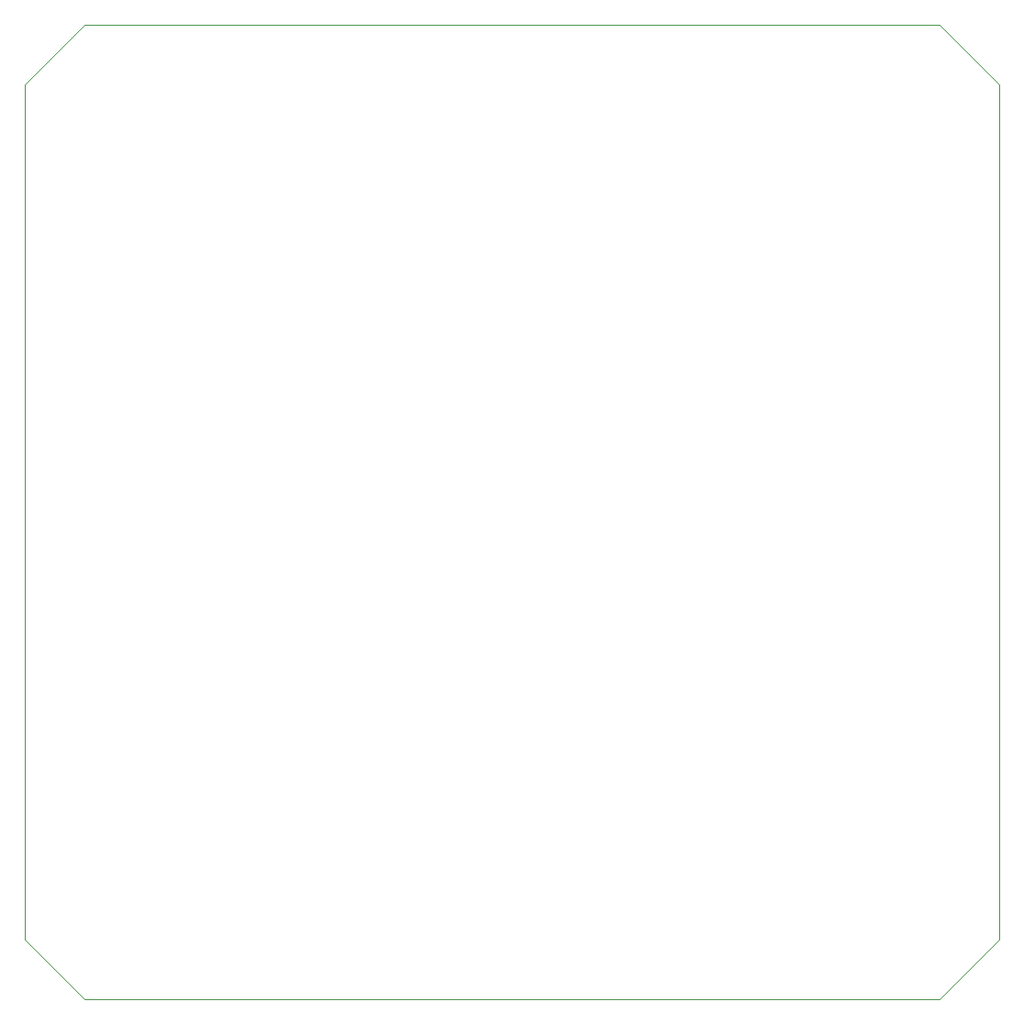
<source format=gbr>
%TF.GenerationSoftware,KiCad,Pcbnew,7.0.10*%
%TF.CreationDate,2025-08-26T16:00:25+02:00*%
%TF.ProjectId,BQ2xxxx,42513278-7878-4782-9e6b-696361645f70,rev?*%
%TF.SameCoordinates,Original*%
%TF.FileFunction,Profile,NP*%
%FSLAX46Y46*%
G04 Gerber Fmt 4.6, Leading zero omitted, Abs format (unit mm)*
G04 Created by KiCad (PCBNEW 7.0.10) date 2025-08-26 16:00:25*
%MOMM*%
%LPD*%
G01*
G04 APERTURE LIST*
%TA.AperFunction,Profile*%
%ADD10C,0.100000*%
%TD*%
G04 APERTURE END LIST*
D10*
X20000000Y-39500000D02*
X20000000Y-90300000D01*
X25500000Y-20000000D02*
X20000000Y-25500000D01*
X25500000Y-109800000D02*
X39500000Y-109800000D01*
X109799999Y-90300000D02*
X109799999Y-39500000D01*
X20000000Y-90300000D02*
X20000000Y-104300000D01*
X109799999Y-39500000D02*
X109800000Y-25500000D01*
X39500000Y-109800000D02*
X90300000Y-109800000D01*
X109800000Y-104300000D02*
X109799999Y-90300000D01*
X20000000Y-39500000D02*
X20000000Y-25500000D01*
X104299999Y-20000000D02*
X90300000Y-20000000D01*
X20000000Y-104300000D02*
X25500000Y-109800000D01*
X39499999Y-20000000D02*
X25500000Y-20000000D01*
X104300000Y-109800000D02*
X109800000Y-104300000D01*
X90300000Y-109800000D02*
X104300000Y-109800000D01*
X90299999Y-20000000D02*
X39499999Y-20000000D01*
X104300000Y-20000000D02*
X109800000Y-25500000D01*
M02*

</source>
